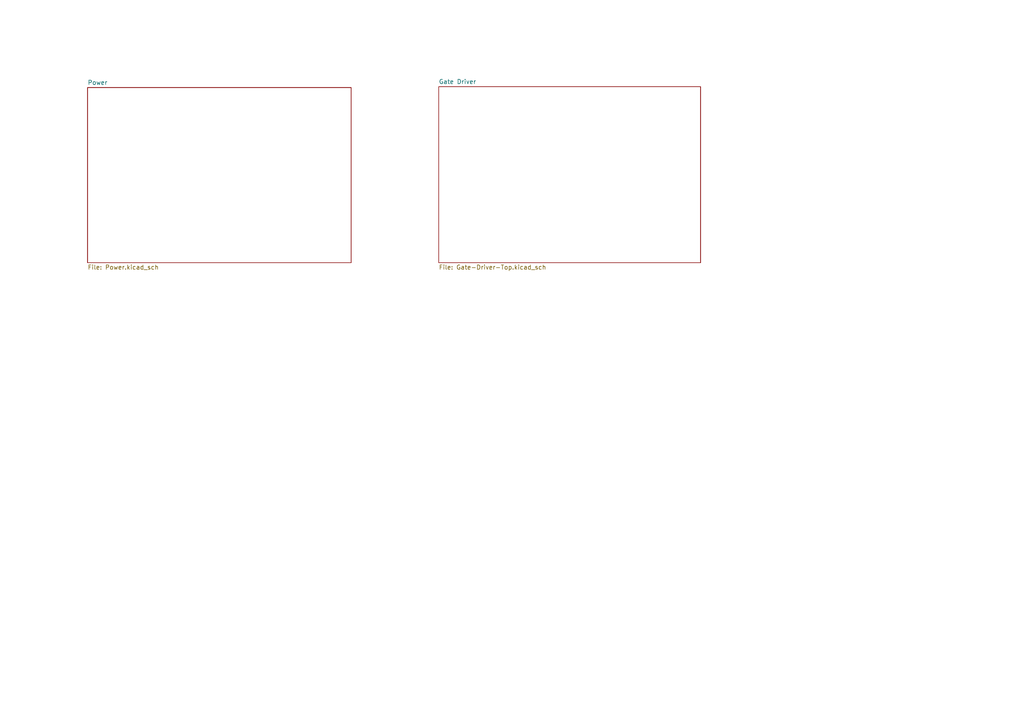
<source format=kicad_sch>
(kicad_sch
	(version 20250114)
	(generator "eeschema")
	(generator_version "9.0")
	(uuid "b6582af5-6107-4ea5-94ab-56651da9db37")
	(paper "A4")
	(lib_symbols)
	(sheet
		(at 127.254 25.146)
		(size 75.946 51.054)
		(exclude_from_sim no)
		(in_bom yes)
		(on_board yes)
		(dnp no)
		(fields_autoplaced yes)
		(stroke
			(width 0.1524)
			(type solid)
		)
		(fill
			(color 0 0 0 0.0000)
		)
		(uuid "78db0642-b402-4a95-8b02-a7bb116551a0")
		(property "Sheetname" "Gate Driver"
			(at 127.254 24.4344 0)
			(effects
				(font
					(size 1.27 1.27)
				)
				(justify left bottom)
			)
		)
		(property "Sheetfile" "Gate-Driver-Top.kicad_sch"
			(at 127.254 76.7846 0)
			(effects
				(font
					(size 1.27 1.27)
				)
				(justify left top)
			)
		)
		(instances
			(project "to247-4_card"
				(path "/b6582af5-6107-4ea5-94ab-56651da9db37"
					(page "3")
				)
			)
		)
	)
	(sheet
		(at 25.4 25.4)
		(size 76.454 50.8)
		(exclude_from_sim no)
		(in_bom yes)
		(on_board yes)
		(dnp no)
		(fields_autoplaced yes)
		(stroke
			(width 0.1524)
			(type solid)
		)
		(fill
			(color 0 0 0 0.0000)
		)
		(uuid "c6f9b239-fb2c-4550-a056-6f105d804563")
		(property "Sheetname" "Power"
			(at 25.4 24.6884 0)
			(effects
				(font
					(size 1.27 1.27)
				)
				(justify left bottom)
			)
		)
		(property "Sheetfile" "Power.kicad_sch"
			(at 25.4 76.7846 0)
			(effects
				(font
					(size 1.27 1.27)
				)
				(justify left top)
			)
		)
		(instances
			(project "to247-4_card"
				(path "/b6582af5-6107-4ea5-94ab-56651da9db37"
					(page "2")
				)
			)
		)
	)
	(sheet_instances
		(path "/"
			(page "1")
		)
	)
	(embedded_fonts no)
)

</source>
